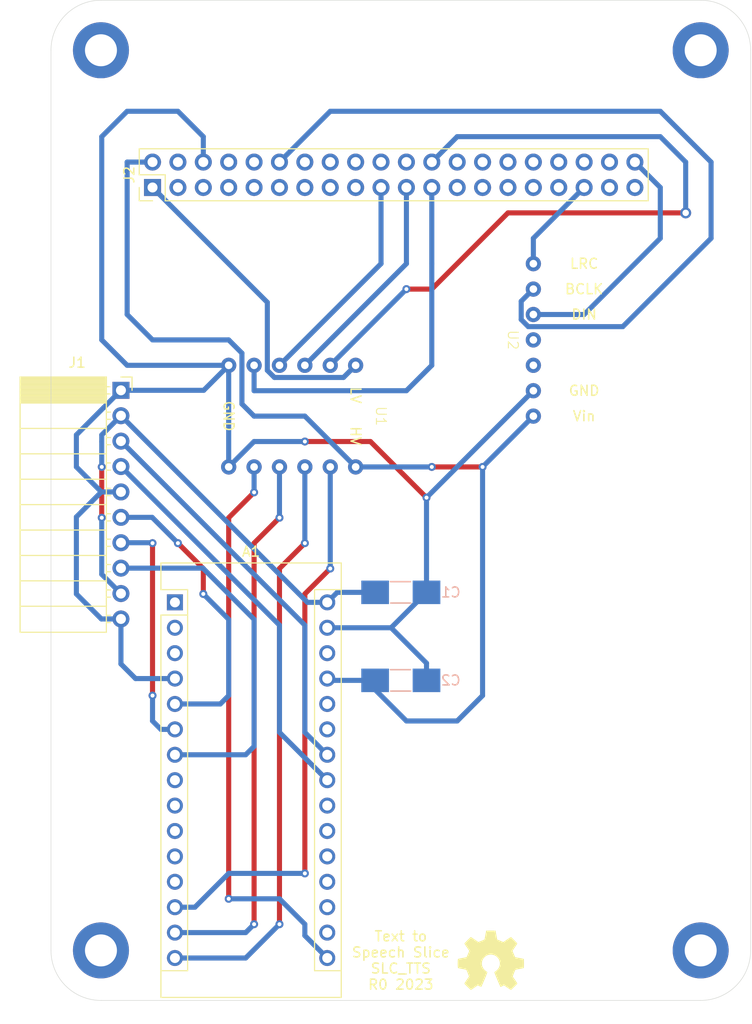
<source format=kicad_pcb>
(kicad_pcb (version 20221018) (generator pcbnew)
  (layers (0 "F.Cu" signal) (31 "B.Cu" signal) (34 "B.Paste" user) (35 "F.Paste" user) (36 "B.SilkS" user "B.Silkscreen") (37 "F.SilkS" user "F.Silkscreen") (38 "B.Mask" user) (39 "F.Mask" user) (44 "Edge.Cuts" user))
  (net 0 "")
  (net 2 "+3.3V")
  (net 4 "GND")
  (net 8 "+5V")
  (net 14 "/I2C_CLK")
  (net 16 "/I2C_DAT")
  (net 18 "/SYNC")
  (net 20 "/E_STOP")
  (net 24 "/SS_NANO")
  (net 25 "/MOSI_NANO")
  (net 26 "/MISO_NANO")
  (net 27 "/SCLK_NANO")
  (net 28 "+12V")
  (net 29 "/INT")
  (net 41 "/I2S_LRC")
  (net 42 "/I2S_BCLK")
  (net 44 "/I2S_DIN")
  (net 45 "/MOSI_PI")
  (net 47 "/MISO_PI")
  (net 49 "/SCLK_PI")
  (net 50 "/SS_PI")
  (footprint "MountingHole:MountingHole_3.2mm_M3_DIN965_Pad" (layer "F.Cu") (at 127.6 44.8)
    (fp_text reference "H1" hide)
    (fp_text value "MountingHole")
    (pad "1" thru_hole circle locked (at 0 0) (size 5.6 5.6) (drill 3.2) (layers "*.Cu" "*.Mask"))
  )
  (footprint "MountingHole:MountingHole_3.2mm_M3_DIN965_Pad" (layer "F.Cu") (at 187.6 44.8)
    (fp_text reference "H2" hide)
    (fp_text value "MountingHole")
    (pad "1" thru_hole circle locked (at 0 0) (size 5.6 5.6) (drill 3.2) (layers "*.Cu" "*.Mask"))
  )
  (footprint "MountingHole:MountingHole_3.2mm_M3_DIN965_Pad" (layer "F.Cu") (at 127.6 134.8)
    (fp_text reference "H3" hide)
    (fp_text value "MountingHole")
    (pad "1" thru_hole circle locked (at 0 0) (size 5.6 5.6) (drill 3.2) (layers "*.Cu" "*.Mask"))
  )
  (footprint "MountingHole:MountingHole_3.2mm_M3_DIN965_Pad" (layer "F.Cu") (at 187.6 134.8)
    (fp_text reference "H4" hide)
    (fp_text value "MountingHole")
    (pad "1" thru_hole circle locked (at 0 0) (size 5.6 5.6) (drill 3.2) (layers "*.Cu" "*.Mask"))
  )
  (footprint "Module:Arduino_Nano" (layer "F.Cu") (at 135 100)
    (fp_text reference "A1" (at 7.62 -5.08) (layer "F.SilkS"))
    (fp_text value "Arduino_Nano_v3.x")
    (fp_line (start -1.4 -3.94) (end -1.4 -1.27) (stroke (width 0.12)) (layer "F.SilkS"))
    (fp_line (start -1.4 1.27) (end -1.4 39.5) (stroke (width 0.12)) (layer "F.SilkS"))
    (fp_line (start -1.4 39.5) (end 16.64 39.5) (stroke (width 0.12)) (layer "F.SilkS"))
    (fp_line (start 1.27 -1.27) (end -1.4 -1.27) (stroke (width 0.12)) (layer "F.SilkS"))
    (fp_line (start 1.27 1.27) (end -1.4 1.27) (stroke (width 0.12)) (layer "F.SilkS"))
    (fp_line (start 1.27 1.27) (end 1.27 -1.27) (stroke (width 0.12)) (layer "F.SilkS"))
    (fp_line (start 1.27 1.27) (end 1.27 36.83) (stroke (width 0.12)) (layer "F.SilkS"))
    (fp_line (start 1.27 36.83) (end -1.4 36.83) (stroke (width 0.12)) (layer "F.SilkS"))
    (fp_line (start 13.97 -1.27) (end 13.97 36.83) (stroke (width 0.12)) (layer "F.SilkS"))
    (fp_line (start 13.97 -1.27) (end 16.64 -1.27) (stroke (width 0.12)) (layer "F.SilkS"))
    (fp_line (start 13.97 36.83) (end 16.64 36.83) (stroke (width 0.12)) (layer "F.SilkS"))
    (fp_line (start 16.64 -3.94) (end -1.4 -3.94) (stroke (width 0.12)) (layer "F.SilkS"))
    (fp_line (start 16.64 39.5) (end 16.64 -3.94) (stroke (width 0.12)) (layer "F.SilkS"))
    (pad "1" thru_hole rect locked (at 0 0) (size 1.6 1.6) (drill 1) (layers "*.Cu" "*.Mask"))
    (pad "2" thru_hole oval locked (at 0 2.54) (size 1.6 1.6) (drill 1) (layers "*.Cu" "*.Mask"))
    (pad "3" thru_hole oval locked (at 0 5.08) (size 1.6 1.6) (drill 1) (layers "*.Cu" "*.Mask"))
    (pad "4" thru_hole oval locked (at 0 7.62) (size 1.6 1.6) (drill 1) (layers "*.Cu" "*.Mask") (net 4 "GND"))
    (pad "5" thru_hole oval locked (at 0 10.16) (size 1.6 1.6) (drill 1) (layers "*.Cu" "*.Mask") (net 20 "/E_STOP"))
    (pad "6" thru_hole oval locked (at 0 12.7) (size 1.6 1.6) (drill 1) (layers "*.Cu" "*.Mask") (net 18 "/SYNC"))
    (pad "7" thru_hole oval locked (at 0 15.24) (size 1.6 1.6) (drill 1) (layers "*.Cu" "*.Mask") (net 29 "/INT"))
    (pad "8" thru_hole oval locked (at 0 17.78) (size 1.6 1.6) (drill 1) (layers "*.Cu" "*.Mask"))
    (pad "9" thru_hole oval locked (at 0 20.32) (size 1.6 1.6) (drill 1) (layers "*.Cu" "*.Mask"))
    (pad "10" thru_hole oval locked (at 0 22.86) (size 1.6 1.6) (drill 1) (layers "*.Cu" "*.Mask"))
    (pad "11" thru_hole oval locked (at 0 25.4) (size 1.6 1.6) (drill 1) (layers "*.Cu" "*.Mask"))
    (pad "12" thru_hole oval locked (at 0 27.94) (size 1.6 1.6) (drill 1) (layers "*.Cu" "*.Mask"))
    (pad "13" thru_hole oval locked (at 0 30.48) (size 1.6 1.6) (drill 1) (layers "*.Cu" "*.Mask") (net 24 "/SS_NANO"))
    (pad "14" thru_hole oval locked (at 0 33.02) (size 1.6 1.6) (drill 1) (layers "*.Cu" "*.Mask") (net 25 "/MOSI_NANO"))
    (pad "15" thru_hole oval locked (at 0 35.56) (size 1.6 1.6) (drill 1) (layers "*.Cu" "*.Mask") (net 26 "/MISO_NANO"))
    (pad "16" thru_hole oval locked (at 15.24 35.56) (size 1.6 1.6) (drill 1) (layers "*.Cu" "*.Mask") (net 27 "/SCLK_NANO"))
    (pad "17" thru_hole oval locked (at 15.24 33.02) (size 1.6 1.6) (drill 1) (layers "*.Cu" "*.Mask"))
    (pad "18" thru_hole oval locked (at 15.24 30.48) (size 1.6 1.6) (drill 1) (layers "*.Cu" "*.Mask"))
    (pad "19" thru_hole oval locked (at 15.24 27.94) (size 1.6 1.6) (drill 1) (layers "*.Cu" "*.Mask"))
    (pad "20" thru_hole oval locked (at 15.24 25.4) (size 1.6 1.6) (drill 1) (layers "*.Cu" "*.Mask"))
    (pad "21" thru_hole oval locked (at 15.24 22.86) (size 1.6 1.6) (drill 1) (layers "*.Cu" "*.Mask"))
    (pad "22" thru_hole oval locked (at 15.24 20.32) (size 1.6 1.6) (drill 1) (layers "*.Cu" "*.Mask"))
    (pad "23" thru_hole oval locked (at 15.24 17.78) (size 1.6 1.6) (drill 1) (layers "*.Cu" "*.Mask") (net 16 "/I2C_DAT"))
    (pad "24" thru_hole oval locked (at 15.24 15.24) (size 1.6 1.6) (drill 1) (layers "*.Cu" "*.Mask") (net 14 "/I2C_CLK"))
    (pad "25" thru_hole oval locked (at 15.24 12.7) (size 1.6 1.6) (drill 1) (layers "*.Cu" "*.Mask"))
    (pad "26" thru_hole oval locked (at 15.24 10.16) (size 1.6 1.6) (drill 1) (layers "*.Cu" "*.Mask"))
    (pad "27" thru_hole oval locked (at 15.24 7.62) (size 1.6 1.6) (drill 1) (layers "*.Cu" "*.Mask") (net 8 "+5V"))
    (pad "28" thru_hole oval locked (at 15.24 5.08) (size 1.6 1.6) (drill 1) (layers "*.Cu" "*.Mask"))
    (pad "29" thru_hole oval locked (at 15.24 2.54) (size 1.6 1.6) (drill 1) (layers "*.Cu" "*.Mask") (net 4 "GND"))
    (pad "30" thru_hole oval locked (at 15.24 0) (size 1.6 1.6) (drill 1) (layers "*.Cu" "*.Mask") (net 28 "+12V"))
  )
  (footprint "Connector_PinSocket_2.54mm:PinSocket_1x10_P2.54mm_Horizontal" (layer "F.Cu") (at 129.6 78.8)
    (fp_text reference "J1" (at -4.38 -2.77) (layer "F.SilkS"))
    (fp_text value "Conn_01x10_Female")
    (fp_line (start -10.09 -1.33) (end -10.09 24.19) (stroke (width 0.12)) (layer "F.SilkS"))
    (fp_line (start -10.09 -1.33) (end -1.46 -1.33) (stroke (width 0.12)) (layer "F.SilkS"))
    (fp_line (start -10.09 -1.21) (end -1.46 -1.21) (stroke (width 0.12)) (layer "F.SilkS"))
    (fp_line (start -10.09 -1.091905) (end -1.46 -1.091905) (stroke (width 0.12)) (layer "F.SilkS"))
    (fp_line (start -10.09 -0.97381) (end -1.46 -0.97381) (stroke (width 0.12)) (layer "F.SilkS"))
    (fp_line (start -10.09 -0.855715) (end -1.46 -0.855715) (stroke (width 0.12)) (layer "F.SilkS"))
    (fp_line (start -10.09 -0.73762) (end -1.46 -0.73762) (stroke (width 0.12)) (layer "F.SilkS"))
    (fp_line (start -10.09 -0.619525) (end -1.46 -0.619525) (stroke (width 0.12)) (layer "F.SilkS"))
    (fp_line (start -10.09 -0.50143) (end -1.46 -0.50143) (stroke (width 0.12)) (layer "F.SilkS"))
    (fp_line (start -10.09 -0.383335) (end -1.46 -0.383335) (stroke (width 0.12)) (layer "F.SilkS"))
    (fp_line (start -10.09 -0.26524) (end -1.46 -0.26524) (stroke (width 0.12)) (layer "F.SilkS"))
    (fp_line (start -10.09 -0.147145) (end -1.46 -0.147145) (stroke (width 0.12)) (layer "F.SilkS"))
    (fp_line (start -10.09 -0.02905) (end -1.46 -0.02905) (stroke (width 0.12)) (layer "F.SilkS"))
    (fp_line (start -10.09 0.089045) (end -1.46 0.089045) (stroke (width 0.12)) (layer "F.SilkS"))
    (fp_line (start -10.09 0.20714) (end -1.46 0.20714) (stroke (width 0.12)) (layer "F.SilkS"))
    (fp_line (start -10.09 0.325235) (end -1.46 0.325235) (stroke (width 0.12)) (layer "F.SilkS"))
    (fp_line (start -10.09 0.44333) (end -1.46 0.44333) (stroke (width 0.12)) (layer "F.SilkS"))
    (fp_line (start -10.09 0.561425) (end -1.46 0.561425) (stroke (width 0.12)) (layer "F.SilkS"))
    (fp_line (start -10.09 0.67952) (end -1.46 0.67952) (stroke (width 0.12)) (layer "F.SilkS"))
    (fp_line (start -10.09 0.797615) (end -1.46 0.797615) (stroke (width 0.12)) (layer "F.SilkS"))
    (fp_line (start -10.09 0.91571) (end -1.46 0.91571) (stroke (width 0.12)) (layer "F.SilkS"))
    (fp_line (start -10.09 1.033805) (end -1.46 1.033805) (stroke (width 0.12)) (layer "F.SilkS"))
    (fp_line (start -10.09 1.1519) (end -1.46 1.1519) (stroke (width 0.12)) (layer "F.SilkS"))
    (fp_line (start -10.09 1.27) (end -1.46 1.27) (stroke (width 0.12)) (layer "F.SilkS"))
    (fp_line (start -10.09 3.81) (end -1.46 3.81) (stroke (width 0.12)) (layer "F.SilkS"))
    (fp_line (start -10.09 6.35) (end -1.46 6.35) (stroke (width 0.12)) (layer "F.SilkS"))
    (fp_line (start -10.09 8.89) (end -1.46 8.89) (stroke (width 0.12)) (layer "F.SilkS"))
    (fp_line (start -10.09 11.43) (end -1.46 11.43) (stroke (width 0.12)) (layer "F.SilkS"))
    (fp_line (start -10.09 13.97) (end -1.46 13.97) (stroke (width 0.12)) (layer "F.SilkS"))
    (fp_line (start -10.09 16.51) (end -1.46 16.51) (stroke (width 0.12)) (layer "F.SilkS"))
    (fp_line (start -10.09 19.05) (end -1.46 19.05) (stroke (width 0.12)) (layer "F.SilkS"))
    (fp_line (start -10.09 21.59) (end -1.46 21.59) (stroke (width 0.12)) (layer "F.SilkS"))
    (fp_line (start -10.09 24.19) (end -1.46 24.19) (stroke (width 0.12)) (layer "F.SilkS"))
    (fp_line (start -1.46 -1.33) (end -1.46 24.19) (stroke (width 0.12)) (layer "F.SilkS"))
    (fp_line (start -1.46 -0.36) (end -1.11 -0.36) (stroke (width 0.12)) (layer "F.SilkS"))
    (fp_line (start -1.46 0.36) (end -1.11 0.36) (stroke (width 0.12)) (layer "F.SilkS"))
    (fp_line (start -1.46 2.18) (end -1.05 2.18) (stroke (width 0.12)) (layer "F.SilkS"))
    (fp_line (start -1.46 2.9) (end -1.05 2.9) (stroke (width 0.12)) (layer "F.SilkS"))
    (fp_line (start -1.46 4.72) (end -1.05 4.72) (stroke (width 0.12)) (layer "F.SilkS"))
    (fp_line (start -1.46 5.44) (end -1.05 5.44) (stroke (width 0.12)) (layer "F.SilkS"))
    (fp_line (start -1.46 7.26) (end -1.05 7.26) (stroke (width 0.12)) (layer "F.SilkS"))
    (fp_line (start -1.46 7.98) (end -1.05 7.98) (stroke (width 0.12)) (layer "F.SilkS"))
    (fp_line (start -1.46 9.8) (end -1.05 9.8) (stroke (width 0.12)) (layer "F.SilkS"))
    (fp_line (start -1.46 10.52) (end -1.05 10.52) (stroke (width 0.12)) (layer "F.SilkS"))
    (fp_line (start -1.46 12.34) (end -1.05 12.34) (stroke (width 0.12)) (layer "F.SilkS"))
    (fp_line (start -1.46 13.06) (end -1.05 13.06) (stroke (width 0.12)) (layer "F.SilkS"))
    (fp_line (start -1.46 14.88) (end -1.05 14.88) (stroke (width 0.12)) (layer "F.SilkS"))
    (fp_line (start -1.46 15.6) (end -1.05 15.6) (stroke (width 0.12)) (layer "F.SilkS"))
    (fp_line (start -1.46 17.42) (end -1.05 17.42) (stroke (width 0.12)) (layer "F.SilkS"))
    (fp_line (start -1.46 18.14) (end -1.05 18.14) (stroke (width 0.12)) (layer "F.SilkS"))
    (fp_line (start -1.46 19.96) (end -1.05 19.96) (stroke (width 0.12)) (layer "F.SilkS"))
    (fp_line (start -1.46 20.68) (end -1.05 20.68) (stroke (width 0.12)) (layer "F.SilkS"))
    (fp_line (start -1.46 22.5) (end -1.05 22.5) (stroke (width 0.12)) (layer "F.SilkS"))
    (fp_line (start -1.46 23.22) (end -1.05 23.22) (stroke (width 0.12)) (layer "F.SilkS"))
    (fp_line (start 0 -1.33) (end 1.11 -1.33) (stroke (width 0.12)) (layer "F.SilkS"))
    (fp_line (start 1.11 -1.33) (end 1.11 0) (stroke (width 0.12)) (layer "F.SilkS"))
    (pad "1" thru_hole rect locked (at 0 0) (size 1.7 1.7) (drill 1) (layers "*.Cu" "*.Mask") (net 4 "GND"))
    (pad "2" thru_hole oval locked (at 0 2.54) (size 1.7 1.7) (drill 1) (layers "*.Cu" "*.Mask") (net 28 "+12V"))
    (pad "3" thru_hole oval locked (at 0 5.08) (size 1.7 1.7) (drill 1) (layers "*.Cu" "*.Mask") (net 14 "/I2C_CLK"))
    (pad "4" thru_hole oval locked (at 0 7.62) (size 1.7 1.7) (drill 1) (layers "*.Cu" "*.Mask") (net 16 "/I2C_DAT"))
    (pad "5" thru_hole oval locked (at 0 10.16) (size 1.7 1.7) (drill 1) (layers "*.Cu" "*.Mask") (net 4 "GND"))
    (pad "6" thru_hole oval locked (at 0 12.7) (size 1.7 1.7) (drill 1) (layers "*.Cu" "*.Mask") (net 20 "/E_STOP"))
    (pad "7" thru_hole oval locked (at 0 15.24) (size 1.7 1.7) (drill 1) (layers "*.Cu" "*.Mask") (net 18 "/SYNC"))
    (pad "8" thru_hole oval locked (at 0 17.78) (size 1.7 1.7) (drill 1) (layers "*.Cu" "*.Mask") (net 29 "/INT"))
    (pad "9" thru_hole oval locked (at 0 20.32) (size 1.7 1.7) (drill 1) (layers "*.Cu" "*.Mask") (net 28 "+12V"))
    (pad "10" thru_hole oval locked (at 0 22.86) (size 1.7 1.7) (drill 1) (layers "*.Cu" "*.Mask") (net 4 "GND"))
  )
  (footprint "Symbol:OSHW-Symbol_6.7x6mm_SilkScreen" (layer "F.Cu") (at 166.6 135.8)
    (fp_text reference "Logo1" hide)
    (fp_text value "Logo_Open_Hardware_Small" hide)
    (fp_poly (pts (xy 0.555814 -2.531069) (xy 0.639635 -2.086445) (xy 0.94892 -1.958947) (xy 1.258206 -1.831449) (xy 1.629246 -2.083754) (xy 1.733157 -2.154004) (xy 1.827087 -2.216728) (xy 1.906652 -2.269062) (xy 1.96747 -2.308143) (xy 2.005157 -2.331107) (xy 2.015421 -2.336058) (xy 2.03391 -2.323324) (xy 2.07342 -2.288118) (xy 2.129522 -2.234938) (xy 2.197787 -2.168282) (xy 2.273786 -2.092646) (xy 2.353092 -2.012528) (xy 2.431275 -1.932426) (xy 2.503907 -1.856836) (xy 2.566559 -1.790255) (xy 2.614803 -1.737182) (xy 2.64421 -1.702113) (xy 2.651241 -1.690377) (xy 2.641123 -1.66874) (xy 2.612759 -1.621338) (xy 2.569129 -1.552807) (xy 2.513218 -1.467785) (xy 2.448006 -1.370907) (xy 2.410219 -1.31565) (xy 2.341343 -1.214752) (xy 2.28014 -1.123701) (xy 2.229578 -1.04703) (xy 2.192628 -0.989272) (xy 2.172258 -0.954957) (xy 2.169197 -0.947746) (xy 2.176136 -0.927252) (xy 2.195051 -0.879487) (xy 2.223087 -0.811168) (xy 2.257391 -0.729011) (xy 2.295109 -0.63973) (xy 2.333387 -0.550042) (xy 2.36937 -0.466662) (xy 2.400206 -0.396306) (xy 2.423039 -0.34569) (xy 2.435017 -0.321529) (xy 2.435724 -0.320578) (xy 2.454531 -0.315964) (xy 2.504618 -0.305672) (xy 2.580793 -0.290713) (xy 2.677865 -0.272099) (xy 2.790643 -0.250841) (xy 2.856442 -0.238582) (xy 2.97695 -0.215638) (xy 3.085797 -0.193805) (xy 3.177476 -0.174278) (xy 3.246481 -0.158252) (xy 3.287304 -0.146921) (xy 3.295511 -0.143326) (xy 3.303548 -0.118994) (xy 3.310033 -0.064041) (xy 3.31497 0.015108) (xy 3.318364 0.112026) (xy 3.320218 0.220287) (xy 3.320538 0.333465) (xy 3.319327 0.445135) (xy 3.31659 0.548868) (xy 3.312331 0.638241) (xy 3.306555 0.706826) (xy 3.299267 0.748197) (xy 3.294895 0.75681) (xy 3.268764 0.767133) (xy 3.213393 0.781892) (xy 3.136107 0.799352) (xy 3.04423 0.81778) (xy 3.012158 0.823741) (xy 2.857524 0.852066) (xy 2.735375 0.874876) (xy 2.641673 0.89308) (xy 2.572384 0.907583) (xy 2.523471 0.919292) (xy 2.490897 0.929115) (xy 2.470628 0.937956) (xy 2.458626 0.946724) (xy 2.456947 0.948457) (xy 2.440184 0.976371) (xy 2.414614 1.030695) (xy 2.382788 1.104777) (xy 2.34726 1.191965) (xy 2.310583 1.285608) (xy 2.275311 1.379052) (xy 2.243996 1.465647) (xy 2.219193 1.53874) (xy 2.203454 1.591678) (xy 2.199332 1.617811) (xy 2.199676 1.618726) (xy 2.213641 1.640086) (xy 2.245322 1.687084) (xy 2.291391 1.754827) (xy 2.348518 1.838423) (xy 2.413373 1.932982) (xy 2.431843 1.959854) (xy 2.497699 2.057275) (xy 2.55565 2.146163) (xy 2.602538 2.221412) (xy 2.635207 2.27792) (xy 2.6505 2.310581) (xy 2.651241 2.314593) (xy 2.638392 2.335684) (xy 2.602888 2.377464) (xy 2.549293 2.435445) (xy 2.482171 2.505135) (xy 2.406087 2.582045) (xy 2.325604 2.661683) (xy 2.245287 2.739561) (xy 2.169699 2.811186) (xy 2.103405 2.87207) (xy 2.050969 2.917721) (xy 2.016955 2.94365) (xy 2.007545 2.947883) (xy 1.985643 2.937912) (xy 1.9408 2.91102) (xy 1.880321 2.871736) (xy 1.833789 2.840117) (xy 1.749475 2.782098) (xy 1.649626 2.713784) (xy 1.549473 2.645579) (xy 1.495627 2.609075) (xy 1.313371 2.4858) (xy 1.160381 2.56852) (xy 1.090682 2.604759) (xy 1.031414 2.632926) (xy 0.991311 2.648991) (xy 0.981103 2.651226) (xy 0.968829 2.634722) (xy 0.944613 2.588082) (xy 0.910263 2.515609) (xy 0.867588 2.421606) (xy 0.818394 2.310374) (xy 0.76449 2.186215) (xy 0.707684 2.053432) (xy 0.649782 1.916327) (xy 0.592593 1.779202) (xy 0.537924 1.646358) (xy 0.487584 1.522098) (xy 0.44338 1.410725) (xy 0.407119 1.316539) (xy 0.380609 1.243844) (xy 0.365658 1.196941) (xy 0.363254 1.180833) (xy 0.382311 1.160286) (xy 0.424036 1.126933) (xy 0.479706 1.087702) (xy 0.484378 1.084599) (xy 0.628264 0.969423) (xy 0.744283 0.835053) (xy 0.83143 0.685784) (xy 0.888699 0.525913) (xy 0.915086 0.359737) (xy 0.909585 0.191552) (xy 0.87119 0.025655) (xy 0.798895 -0.133658) (xy 0.777626 -0.168513) (xy 0.666996 -0.309263) (xy 0.536302 -0.422286) (xy 0.390064 -0.506997) (xy 0.232808 -0.562806) (xy 0.069057 -0.589126) (xy -0.096667 -0.58537) (xy -0.259838 -0.55095) (xy -0.415935 -0.485277) (xy -0.560433 -0.387765) (xy -0.605131 -0.348187) (xy -0.718888 -0.224297) (xy -0.801782 -0.093876) (xy -0.858644 0.052315) (xy -0.890313 0.197088) (xy -0.898131 0.35986) (xy -0.872062 0.52344) (xy -0.814755 0.682298) (xy -0.728856 0.830906) (xy -0.617014 0.963735) (xy -0.481877 1.075256) (xy -0.464117 1.087011) (xy -0.40785 1.125508) (xy -0.365077 1.158863) (xy -0.344628 1.18016) (xy -0.344331 1.180833) (xy -0.348721 1.203871) (xy -0.366124 1.256157) (xy -0.394732 1.33339) (xy -0.432735 1.431268) (xy -0.478326 1.545491) (xy -0.529697 1.671758) (xy -0.585038 1.805767) (xy -0.642542 1.943218) (xy -0.700399 2.079808) (xy -0.756802 2.211237) (xy -0.809942 2.333205) (xy -0.85801 2.441409) (xy -0.899199 2.531549) (xy -0.931699 2.599323) (xy -0.953703 2.64043) (xy -0.962564 2.651226) (xy -0.98964 2.642819) (xy -1.040303 2.620272) (xy -1.105817 2.587613) (xy -1.141841 2.56852) (xy -1.294832 2.4858) (xy -1.477088 2.609075) (xy -1.570125 2.672228) (xy -1.671985 2.741727) (xy -1.767438 2.807165) (xy -1.81525 2.840117) (xy -1.882495 2.885273) (xy -1.939436 2.921057) (xy -1.978646 2.942938) (xy -1.991381 2.947563) (xy -2.009917 2.935085) (xy -2.050941 2.900252) (xy -2.110475 2.846678) (xy -2.184542 2.777983) (xy -2.269165 2.697781) (xy -2.322685 2.646286) (xy -2.416319 2.554286) (xy -2.497241 2.471999) (xy -2.562177 2.402945) (xy -2.607858 2.350644) (xy -2.631011 2.318616) (xy -2.633232 2.312116) (xy -2.622924 2.287394) (xy -2.594439 2.237405) (xy -2.550937 2.167212) (xy -2.495577 2.081875) (xy -2.43152 1.986456) (xy -2.413303 1.959854) (xy -2.346927 1.863167) (xy -2.287378 1.776117) (xy -2.237984 1.703595) (xy -2.202075 1.650493) (xy -2.182981 1.621703) (xy -2.181136 1.618726) (xy -2.183895 1.595782) (xy -2.198538 1.545336) (xy -2.222513 1.474041) (xy -2.253266 1.388547) (xy -2.288244 1.295507) (xy -2.324893 1.201574) (xy -2.360661 1.113399) (xy -2.392994 1.037634) (xy -2.419338 0.980931) (xy -2.437142 0.949943) (xy -2.438407 0.948457) (xy -2.449294 0.939601) (xy -2.467682 0.930843) (xy -2.497606 0.921277) (xy -2.543103 0.909996) (xy -2.608209 0.896093) (xy -2.696961 0.878663) (xy -2.813393 0.856798) (xy -2.961542 0.829591) (xy -2.993618 0.823741) (xy -3.088686 0.805374) (xy -3.171565 0.787405) (xy -3.23493 0.771569) (xy -3.271458 0.7596) (xy -3.276356 0.75681) (xy -3.284427 0.732072) (xy -3.290987 0.67679) (xy -3.296033 0.597389) (xy -3.299559 0.500296) (xy -3.301561 0.391938) (xy -3.302036 0.27874) (xy -3.300977 0.167128) (xy -3.298382 0.063529) (xy -3.294246 -0.025632) (xy -3.288563 -0.093928) (xy -3.281331 -0.134934) (xy -3.276971 -0.143326) (xy -3.252698 -0.151792) (xy -3.197426 -0.165565) (xy -3.116662 -0.18345) (xy -3.015912 -0.204252) (xy -2.900683 -0.226777) (xy -2.837902 -0.238582) (xy -2.718787 -0.260849) (xy -2.612565 -0.281021) (xy -2.524427 -0.298085) (xy -2.459566 -0.311031) (xy -2.423174 -0.318845) (xy -2.417184 -0.320578) (xy -2.407061 -0.34011) (xy -2.385662 -0.387157) (xy -2.355839 -0.454997) (xy -2.320445 -0.536909) (xy -2.282332 -0.626172) (xy -2.244353 -0.716065) (xy -2.20936 -0.799865) (xy -2.180206 -0.870853) (xy -2.159743 -0.922306) (xy -2.150823 -0.947503) (xy -2.150657 -0.948604) (xy -2.160769 -0.968481) (xy -2.189117 -1.014223) (xy -2.232723 -1.081283) (xy -2.288606 -1.165116) (xy -2.353787 -1.261174) (xy -2.391679 -1.31635) (xy -2.460725 -1.417519) (xy -2.52205 -1.50937) (xy -2.572663 -1.587256) (xy -2.609571 -1.646531) (xy -2.629782 -1.682549) (xy -2.632701 -1.690623) (xy -2.620153 -1.709416) (xy -2.585463 -1.749543) (xy -2.533063 -1.806507) (xy -2.467384 -1.875815) (xy -2.392856 -1.952969) (xy -2.313913 -2.033475) (xy -2.234983 -2.112837) (xy -2.1605 -2.18656) (xy -2.094894 -2.250148) (xy -2.042596 -2.299106) (xy -2.008039 -2.328939) (xy -1.996478 -2.336058) (xy -1.977654 -2.326047) (xy -1.932631 -2.297922) (xy -1.865787 -2.254546) (xy -1.781499 -2.198782) (xy -1.684144 -2.133494) (xy -1.610707 -2.083754) (xy -1.239667 -1.831449) (xy -0.621095 -2.086445) (xy -0.537275 -2.531069) (xy -0.453454 -2.975693) (xy 0.471994 -2.975693) (xy 0.555814 -2.531069)) (stroke (width 0.01)) (fill solid) (layer "F.SilkS"))
  )
  (footprint "BREAD_TTS:BSS138" (layer "F.Cu") (at 145.46 73.76 180)
    (fp_text reference "U1" (at -10.16 -7.62 270 unlocked) (layer "F.SilkS") (effects (font (thickness 0.1))))
    (fp_text value "~")
    (pad "1" thru_hole circle (at -7.62 -2.54 180) (size 1.524 1.524) (drill 0.762) (layers "*.Cu" "*.Mask") (net 2 "+3.3V"))
    (pad "2" thru_hole circle (at -5.08 -2.54 180) (size 1.524 1.524) (drill 0.762) (layers "*.Cu" "*.Mask") (net 50 "/SS_PI"))
    (pad "3" thru_hole circle (at -2.54 -2.54 180) (size 1.524 1.524) (drill 0.762) (layers "*.Cu" "*.Mask") (net 47 "/MISO_PI"))
    (pad "4" thru_hole circle (at 0 -2.54 180) (size 1.524 1.524) (drill 0.762) (layers "*.Cu" "*.Mask") (net 45 "/MOSI_PI"))
    (pad "5" thru_hole circle (at 2.54 -2.54 180) (size 1.524 1.524) (drill 0.762) (layers "*.Cu" "*.Mask") (net 49 "/SCLK_PI"))
    (pad "6" thru_hole circle (at 5.08 -2.54 180) (size 1.524 1.524) (drill 0.762) (layers "*.Cu" "*.Mask") (net 4 "GND"))
    (pad "7" thru_hole circle (at -7.62 -12.7 180) (size 1.524 1.524) (drill 0.762) (layers "*.Cu" "*.Mask") (net 8 "+5V"))
    (pad "8" thru_hole circle (at -5.08 -12.7 180) (size 1.524 1.524) (drill 0.762) (layers "*.Cu" "*.Mask") (net 24 "/SS_NANO"))
    (pad "9" thru_hole circle (at -2.54 -12.7 180) (size 1.524 1.524) (drill 0.762) (layers "*.Cu" "*.Mask") (net 26 "/MISO_NANO"))
    (pad "10" thru_hole circle (at 0 -12.7 180) (size 1.524 1.524) (drill 0.762) (layers "*.Cu" "*.Mask") (net 25 "/MOSI_NANO"))
    (pad "11" thru_hole circle (at 2.54 -12.7 180) (size 1.524 1.524) (drill 0.762) (layers "*.Cu" "*.Mask") (net 27 "/SCLK_NANO"))
    (pad "12" thru_hole circle (at 5.08 -12.7 180) (size 1.524 1.524) (drill 0.762) (layers "*.Cu" "*.Mask") (net 4 "GND"))
  )
  (footprint "BREAD_TTS:MAX98357A" (layer "F.Cu") (at 168.32 73.76 -90)
    (fp_text reference "U2" (at 0 -0.5 -90 unlocked) (layer "F.SilkS") (effects (font (thickness 0.1))))
    (fp_text value "~")
    (pad "1" thru_hole circle (at -7.62 -2.54 270) (size 1.524 1.524) (drill 0.762) (layers "*.Cu" "*.Mask") (net 41 "/I2S_LRC"))
    (pad "2" thru_hole circle (at -5.08 -2.54 270) (size 1.524 1.524) (drill 0.762) (layers "*.Cu" "*.Mask") (net 42 "/I2S_BCLK"))
    (pad "3" thru_hole circle (at -2.54 -2.54 270) (size 1.524 1.524) (drill 0.762) (layers "*.Cu" "*.Mask") (net 44 "/I2S_DIN"))
    (pad "4" thru_hole circle (at 0 -2.54 270) (size 1.524 1.524) (drill 0.762) (layers "*.Cu" "*.Mask"))
    (pad "5" thru_hole circle (at 2.54 -2.54 270) (size 1.524 1.524) (drill 0.762) (layers "*.Cu" "*.Mask"))
    (pad "6" thru_hole circle (at 5.08 -2.54 270) (size 1.524 1.524) (drill 0.762) (layers "*.Cu" "*.Mask") (net 4 "GND"))
    (pad "7" thru_hole circle (at 7.62 -2.54 270) (size 1.524 1.524) (drill 0.762) (layers "*.Cu" "*.Mask") (net 8 "+5V"))
  )
  (footprint "Connector_PinHeader_2.54mm:PinHeader_2x20_P2.54mm_Vertical" (layer "F.Cu") (at 132.76 58.52 90)
    (fp_text reference "J2" (at 1.27 -2.33 90) (layer "F.SilkS"))
    (fp_text value "Raspberry_Pi_2_3")
    (fp_line (start -1.33 -1.33) (end 0 -1.33) (stroke (width 0.12)) (layer "F.SilkS"))
    (fp_line (start -1.33 0) (end -1.33 -1.33) (stroke (width 0.12)) (layer "F.SilkS"))
    (fp_line (start -1.33 1.27) (end -1.33 49.59) (stroke (width 0.12)) (layer "F.SilkS"))
    (fp_line (start -1.33 1.27) (end 1.27 1.27) (stroke (width 0.12)) (layer "F.SilkS"))
    (fp_line (start -1.33 49.59) (end 3.87 49.59) (stroke (width 0.12)) (layer "F.SilkS"))
    (fp_line (start 1.27 -1.33) (end 3.87 -1.33) (stroke (width 0.12)) (layer "F.SilkS"))
    (fp_line (start 1.27 1.27) (end 1.27 -1.33) (stroke (width 0.12)) (layer "F.SilkS"))
    (fp_line (start 3.87 -1.33) (end 3.87 49.59) (stroke (width 0.12)) (layer "F.SilkS"))
    (pad "1" thru_hole rect (at 0 0 90) (size 1.7 1.7) (drill 1) (layers "*.Cu" "*.Mask") (net 2 "+3.3V"))
    (pad "2" thru_hole oval (at 2.54 0 90) (size 1.7 1.7) (drill 1) (layers "*.Cu" "*.Mask") (net 8 "+5V"))
    (pad "3" thru_hole oval (at 0 2.54 90) (size 1.7 1.7) (drill 1) (layers "*.Cu" "*.Mask"))
    (pad "4" thru_hole oval (at 2.54 2.54 90) (size 1.7 1.7) (drill 1) (layers "*.Cu" "*.Mask"))
    (pad "5" thru_hole oval (at 0 5.08 90) (size 1.7 1.7) (drill 1) (layers "*.Cu" "*.Mask"))
    (pad "6" thru_hole oval (at 2.54 5.08 90) (size 1.7 1.7) (drill 1) (layers "*.Cu" "*.Mask") (net 4 "GND"))
    (pad "7" thru_hole oval (at 0 7.62 90) (size 1.7 1.7) (drill 1) (layers "*.Cu" "*.Mask"))
    (pad "8" thru_hole oval (at 2.54 7.62 90) (size 1.7 1.7) (drill 1) (layers "*.Cu" "*.Mask"))
    (pad "9" thru_hole oval (at 0 10.16 90) (size 1.7 1.7) (drill 1) (layers "*.Cu" "*.Mask"))
    (pad "10" thru_hole oval (at 2.54 10.16 90) (size 1.7 1.7) (drill 1) (layers "*.Cu" "*.Mask"))
    (pad "11" thru_hole oval (at 0 12.7 90) (size 1.7 1.7) (drill 1) (layers "*.Cu" "*.Mask"))
    (pad "12" thru_hole oval (at 2.54 12.7 90) (size 1.7 1.7) (drill 1) (layers "*.Cu" "*.Mask") (net 42 "/I2S_BCLK"))
    (pad "13" thru_hole oval (at 0 15.24 90) (size 1.7 1.7) (drill 1) (layers "*.Cu" "*.Mask"))
    (pad "14" thru_hole oval (at 2.54 15.24 90) (size 1.7 1.7) (drill 1) (layers "*.Cu" "*.Mask"))
    (pad "15" thru_hole oval (at 0 17.78 90) (size 1.7 1.7) (drill 1) (layers "*.Cu" "*.Mask"))
    (pad "16" thru_hole oval (at 2.54 17.78 90) (size 1.7 1.7) (drill 1) (layers "*.Cu" "*.Mask"))
    (pad "17" thru_hole oval (at 0 20.32 90) (size 1.7 1.7) (drill 1) (layers "*.Cu" "*.Mask"))
    (pad "18" thru_hole oval (at 2.54 20.32 90) (size 1.7 1.7) (drill 1) (layers "*.Cu" "*.Mask"))
    (pad "19" thru_hole oval (at 0 22.86 90) (size 1.7 1.7) (drill 1) (layers "*.Cu" "*.Mask") (net 45 "/MOSI_PI"))
    (pad "20" thru_hole oval (at 2.54 22.86 90) (size 1.7 1.7) (drill 1) (layers "*.Cu" "*.Mask"))
    (pad "21" thru_hole oval (at 0 25.4 90) (size 1.7 1.7) (drill 1) (layers "*.Cu" "*.Mask") (net 47 "/MISO_PI"))
    (pad "22" thru_hole oval (at 2.54 25.4 90) (size 1.7 1.7) (drill 1) (layers "*.Cu" "*.Mask"))
    (pad "23" thru_hole oval (at 0 27.94 90) (size 1.7 1.7) (drill 1) (layers "*.Cu" "*.Mask") (net 49 "/SCLK_PI"))
    (pad "24" thru_hole oval (at 2.54 27.94 90) (size 1.7 1.7) (drill 1) (layers "*.Cu" "*.Mask") (net 50 "/SS_PI"))
    (pad "25" thru_hole oval (at 0 30.48 90) (size 1.7 1.7) (drill 1) (layers "*.Cu" "*.Mask"))
    (pad "26" thru_hole oval (at 2.54 30.48 90) (size 1.7 1.7) (drill 1) (layers "*.Cu" "*.Mask"))
    (pad "27" thru_hole oval (at 0 33.02 90) (size 1.7 1.7) (drill 1) (layers "*.Cu" "*.Mask"))
    (pad "28" thru_hole oval (at 2.54 33.02 90) (size 1.7 1.7) (drill 1) (layers "*.Cu" "*.Mask"))
    (pad "29" thru_hole oval (at 0 35.56 90) (size 1.7 1.7) (drill 1) (layers "*.Cu" "*.Mask"))
    (pad "30" thru_hole oval (at 2.54 35.56 90) (size 1.7 1.7) (drill 1) (layers "*.Cu" "*.Mask"))
    (pad "31" thru_hole oval (at 0 38.1 90) (size 1.7 1.7) (drill 1) (layers "*.Cu" "*.Mask"))
    (pad "32" thru_hole oval (at 2.54 38.1 90) (size 1.7 1.7) (drill 1) (layers "*.Cu" "*.Mask"))
    (pad "33" thru_hole oval (at 0 40.64 90) (size 1.7 1.7) (drill 1) (layers "*.Cu" "*.Mask"))
    (pad "34" thru_hole oval (at 2.54 40.64 90) (size 1.7 1.7) (drill 1) (layers "*.Cu" "*.Mask"))
    (pad "35" thru_hole oval (at 0 43.18 90) (size 1.7 1.7) (drill 1) (layers "*.Cu" "*.Mask") (net 41 "/I2S_LRC"))
    (pad "36" thru_hole oval (at 2.54 43.18 90) (size 1.7 1.7) (drill 1) (layers "*.Cu" "*.Mask"))
    (pad "37" thru_hole oval (at 0 45.72 90) (size 1.7 1.7) (drill 1) (layers "*.Cu" "*.Mask"))
    (pad "38" thru_hole oval (at 2.54 45.72 90) (size 1.7 1.7) (drill 1) (layers "*.Cu" "*.Mask"))
    (pad "39" thru_hole oval (at 0 48.26 90) (size 1.7 1.7) (drill 1) (layers "*.Cu" "*.Mask"))
    (pad "40" thru_hole oval (at 2.54 48.26 90) (size 1.7 1.7) (drill 1) (layers "*.Cu" "*.Mask") (net 44 "/I2S_DIN"))
  )
  (footprint "OCI_UPL_FOOTPRINTS:C_2312" (layer "B.Cu") (at 157.6 107.8)
    (fp_text reference "C2" (at 5 0) (layer "B.SilkS") (effects (justify mirror)))
    (fp_text value "10uF_t")
    (fp_line (start 0.97 -1.07) (end -1.04 -1.07) (stroke (width 0.15)) (layer "B.SilkS"))
    (fp_line (start 1 1.07) (end -1.01 1.07) (stroke (width 0.15)) (layer "B.SilkS"))
    (pad "1" smd rect (at -2.57 0) (size 2.77 2.35) (layers "B.Cu" "B.Paste" "B.Mask") (net 8 "+5V"))
    (pad "2" smd rect (at 2.57 0) (size 2.77 2.35) (layers "B.Cu" "B.Paste" "B.Mask") (net 4 "GND"))
  )
  (footprint "OCI_UPL_FOOTPRINTS:C_2312" (layer "B.Cu") (at 157.6 99)
    (fp_text reference "C1" (at 5 0) (layer "B.SilkS") (effects (justify mirror)))
    (fp_text value "10uF_t")
    (fp_line (start 0.97 -1.07) (end -1.04 -1.07) (stroke (width 0.15)) (layer "B.SilkS"))
    (fp_line (start 1 1.07) (end -1.01 1.07) (stroke (width 0.15)) (layer "B.SilkS"))
    (pad "1" smd rect (at -2.57 0) (size 2.77 2.35) (layers "B.Cu" "B.Paste" "B.Mask") (net 28 "+12V"))
    (pad "2" smd rect (at 2.57 0) (size 2.77 2.35) (layers "B.Cu" "B.Paste" "B.Mask") (net 4 "GND"))
  )
  (gr_line (start 192.6 44.8) (end 192.6 134.8) (stroke (width 0.05)) (layer "Edge.Cuts"))
  (gr_line (start 127.6 39.8) (end 187.6 39.8) (stroke (width 0.05)) (layer "Edge.Cuts"))
  (gr_line (start 127.6 139.8) (end 187.6 139.8) (stroke (width 0.05)) (layer "Edge.Cuts"))
  (gr_arc (start 122.6 44.8) (mid 124.064466 41.264466) (end 127.6 39.8) (stroke (width 0.05)) (layer "Edge.Cuts"))
  (gr_arc (start 192.6 134.8) (mid 191.135534 138.335534) (end 187.6 139.8) (stroke (width 0.05)) (layer "Edge.Cuts"))
  (gr_arc (start 127.6 139.8) (mid 124.064466 138.335534) (end 122.6 134.8) (stroke (width 0.05)) (layer "Edge.Cuts"))
  (gr_line (start 122.6 134.8) (end 122.6 44.8) (stroke (width 0.05)) (layer "Edge.Cuts"))
  (gr_arc (start 187.6 39.8) (mid 191.135534 41.264466) (end 192.6 44.8) (stroke (width 0.05)) (layer "Edge.Cuts"))
  (gr_text "GND" (at 175.94 78.84) (layer "F.SilkS") (effects (font (size 1 1))))
  (gr_text "LV   HV" (at 153.08 81.38 -90) (layer "F.SilkS") (effects (font (size 1 1))))
  (gr_text "DIN" (at 175.94 71.22) (layer "F.SilkS") (effects (font (size 1 1))))
  (gr_text "Vin" (at 175.94 81.38) (layer "F.SilkS") (effects (font (size 1 1))))
  (gr_text "LRC" (at 175.94 66.14) (layer "F.SilkS") (effects (font (size 1 1))))
  (gr_text "BCLK" (at 175.94 68.68) (layer "F.SilkS") (effects (font (size 1 1))))
  (gr_text "Text to\nSpeech Slice\nSLC_TTS\nR0 2023" (at 157.599999 135.8) (layer "F.SilkS") (effects (font (size 1 1))))
  (gr_text "GND" (at 140.38 81.38 -90) (layer "F.SilkS") (effects (font (size 1 1))))
  (segment (start 151.864 77.516) (end 144.956316 77.516) (width 0.508) (layer "B.Cu") (net 2))
  (segment (start 144.956316 77.516) (end 144.244 76.803684) (width 0.508) (layer "B.Cu") (net 2))
  (segment (start 144.244 70.004) (end 132.76 58.52) (width 0.508) (layer "B.Cu") (net 2))
  (segment (start 144.244 76.803684) (end 144.244 70.004) (width 0.508) (layer "B.Cu") (net 2))
  (segment (start 153.08 76.3) (end 151.864 77.516) (width 0.508) (layer "B.Cu") (net 2))
  (segment (start 148 83.92) (end 154.56 83.92) (width 0.508) (layer "F.Cu") (net 4))
  (segment (start 154.56 83.92) (end 160.17 89.53) (width 0.508) (layer "F.Cu") (net 4))
  (via (at 148 83.92) (size 0.8) (drill 0.4) (layers "F.Cu" "B.Cu") (net 4))
  (via (at 160.17 89.53) (size 0.8) (drill 0.4) (layers "F.Cu" "B.Cu") (net 4))
  (segment (start 127.68 53.44) (end 130.22 50.9) (width 0.508) (layer "B.Cu") (net 4))
  (segment (start 129.6 106.16) (end 131.06 107.62) (width 0.508) (layer "B.Cu") (net 4))
  (segment (start 127.64 101.66) (end 129.6 101.66) (width 0.508) (layer "B.Cu") (net 4))
  (segment (start 127.64 88.96) (end 125.14 91.46) (width 0.508) (layer "B.Cu") (net 4))
  (segment (start 125.14 83.26) (end 125.14 86.46) (width 0.508) (layer "B.Cu") (net 4))
  (segment (start 135.3 50.9) (end 137.84 53.44) (width 0.508) (layer "B.Cu") (net 4))
  (segment (start 140.38 86.46) (end 142.92 83.92) (width 0.508) (layer "B.Cu") (net 4))
  (segment (start 140.38 76.3) (end 130.22 76.3) (width 0.508) (layer "B.Cu") (net 4))
  (segment (start 129.6 101.66) (end 129.6 106.16) (width 0.508) (layer "B.Cu") (net 4))
  (segment (start 130.22 76.3) (end 127.68 73.76) (width 0.508) (layer "B.Cu") (net 4))
  (segment (start 156.63 102.54) (end 160.17 99) (width 0.508) (layer "B.Cu") (net 4))
  (segment (start 140.38 76.3) (end 140.38 86.46) (width 0.508) (layer "B.Cu") (net 4))
  (segment (start 129.6 78.8) (end 125.14 83.26) (width 0.508) (layer "B.Cu") (net 4))
  (segment (start 125.14 99.16) (end 127.64 101.66) (width 0.508) (layer "B.Cu") (net 4))
  (segment (start 142.92 83.92) (end 148 83.92) (width 0.508) (layer "B.Cu") (net 4))
  (segment (start 125.14 86.46) (end 127.64 88.96) (width 0.508) (layer "B.Cu") (net 4))
  (segment (start 160.17 89.53) (end 160.17 99) (width 0.508) (layer "B.Cu") (net 4))
  (segment (start 137.88 78.8) (end 140.38 76.3) (width 0.508) (layer "B.Cu") (net 4))
  (segment (start 137.84 53.44) (end 137.84 55.98) (width 0.508) (layer "B.Cu") (net 4))
  (segment (start 127.68 73.76) (end 127.68 53.44) (width 0.508) (layer "B.Cu") (net 4))
  (segment (start 150.24 102.54) (end 156.63 102.54) (width 0.508) (layer "B.Cu") (net 4))
  (segment (start 160.17 106.08) (end 156.63 102.54) (width 0.508) (layer "B.Cu") (net 4))
  (segment (start 160.17 107.8) (end 160.17 106.08) (width 0.508) (layer "B.Cu") (net 4))
  (segment (start 131.06 107.62) (end 135 107.62) (width 0.508) (layer "B.Cu") (net 4))
  (segment (start 170.86 78.84) (end 160.17 89.53) (width 0.508) (layer "B.Cu") (net 4))
  (segment (start 127.64 88.96) (end 129.6 88.96) (width 0.508) (layer "B.Cu") (net 4))
  (segment (start 129.6 78.8) (end 137.88 78.8) (width 0.508) (layer "B.Cu") (net 4))
  (segment (start 125.14 91.46) (end 125.14 99.16) (width 0.508) (layer "B.Cu") (net 4))
  (segment (start 130.22 50.9) (end 135.3 50.9) (width 0.508) (layer "B.Cu") (net 4))
  (segment (start 160.7 86.46) (end 165.78 86.46) (width 0.508) (layer "F.Cu") (net 8))
  (via (at 165.78 86.46) (size 0.8) (drill 0.4) (layers "F.Cu" "B.Cu") (net 8))
  (via (at 160.7 86.46) (size 0.8) (drill 0.4) (layers "F.Cu" "B.Cu") (net 8))
  (segment (start 141.704 75.084) (end 140.38 73.76) (width 0.508) (layer "B.Cu") (net 8))
  (segment (start 130.22 55.98) (end 130.22 71.22) (width 0.508) (layer "B.Cu") (net 8))
  (segment (start 170.86 81.38) (end 165.78 86.46) (width 0.508) (layer "B.Cu") (net 8))
  (segment (start 165.78 109.32) (end 165.78 86.46) (width 0.508) (layer "B.Cu") (net 8))
  (segment (start 130.22 71.22) (end 132.76 73.76) (width 0.508) (layer "B.Cu") (net 8))
  (segment (start 155.03 108.73) (end 158.16 111.86) (width 0.508) (layer "B.Cu") (net 8))
  (segment (start 153.08 86.46) (end 148 81.38) (width 0.508) (layer "B.Cu") (net 8))
  (segment (start 150.42 107.8) (end 150.24 107.62) (width 0.508) (layer "B.Cu") (net 8))
  (segment (start 153.08 86.46) (end 160.7 86.46) (width 0.508) (layer "B.Cu") (net 8))
  (segment (start 158.16 111.86) (end 163.24 111.86) (width 0.508) (layer "B.Cu") (net 8))
  (segment (start 148 81.38) (end 142.92 81.38) (width 0.508) (layer "B.Cu") (net 8))
  (segment (start 163.24 111.86) (end 165.78 109.32) (width 0.508) (layer "B.Cu") (net 8))
  (segment (start 155.03 107.8) (end 155.03 108.73) (width 0.508) (layer "B.Cu") (net 8))
  (segment (start 155.03 107.8) (end 150.42 107.8) (width 0.508) (layer "B.Cu") (net 8))
  (segment (start 140.38 73.76) (end 132.76 73.76) (width 0.508) (layer "B.Cu") (net 8))
  (segment (start 132.76 55.98) (end 130.22 55.98) (width 0.508) (layer "B.Cu") (net 8))
  (segment (start 141.704 80.164) (end 141.704 75.084) (width 0.508) (layer "B.Cu") (net 8))
  (segment (start 142.92 81.38) (end 141.704 80.164) (width 0.508) (layer "B.Cu") (net 8))
  (segment (start 148 102.28) (end 129.6 83.88) (width 0.508) (layer "B.Cu") (net 14))
  (segment (start 148 113) (end 148 102.28) (width 0.508) (layer "B.Cu") (net 14))
  (segment (start 150.24 115.24) (end 148 113) (width 0.508) (layer "B.Cu") (net 14))
  (segment (start 145.46 102.28) (end 129.6 86.42) (width 0.508) (layer "B.Cu") (net 16))
  (segment (start 150.24 117.78) (end 145.46 113) (width 0.508) (layer "B.Cu") (net 16))
  (segment (start 145.46 113) (end 145.46 102.28) (width 0.508) (layer "B.Cu") (net 16))
  (segment (start 132.76 94.08) (end 132.76 109.32) (width 0.508) (layer "F.Cu") (net 18))
  (via (at 132.76 109.32) (size 0.8) (drill 0.4) (layers "F.Cu" "B.Cu") (net 18))
  (via (at 132.76 94.08) (size 0.8) (drill 0.4) (layers "F.Cu" "B.Cu") (net 18))
  (segment (start 129.64 94.08) (end 130.22 94.08) (width 0.508) (layer "B.Cu") (net 18))
  (segment (start 133.6 112.7) (end 132.76 111.86) (width 0.508) (layer "B.Cu") (net 18))
  (segment (start 129.6 94.04) (end 129.64 94.08) (width 0.508) (layer "B.Cu") (net 18))
  (segment (start 132.72 94.04) (end 132.76 94.08) (width 0.508) (layer "B.Cu") (net 18))
  (segment (start 129.6 94.04) (end 132.72 94.04) (width 0.508) (layer "B.Cu") (net 18))
  (segment (start 132.76 111.86) (end 132.76 109.32) (width 0.508) (layer "B.Cu") (net 18))
  (segment (start 135 112.7) (end 133.6 112.7) (width 0.508) (layer "B.Cu") (net 18))
  (segment (start 135.3 94.08) (end 137.84 96.62) (width 0.508) (layer "F.Cu") (net 20))
  (segment (start 137.84 96.62) (end 137.84 99.16) (width 0.508) (layer "F.Cu") (net 20))
  (via (at 135.3 94.08) (size 0.8) (drill 0.4) (layers "F.Cu" "B.Cu") (net 20))
  (via (at 137.84 99.16) (size 0.8) (drill 0.4) (layers "F.Cu" "B.Cu") (net 20))
  (segment (start 129.6 91.5) (end 132.72 91.5) (width 0.508) (layer "B.Cu") (net 20))
  (segment (start 140.38 101.7) (end 137.84 99.16) (width 0.508) (layer "B.Cu") (net 20))
  (segment (start 135 110.16) (end 139.54 110.16) (width 0.508) (layer "B.Cu") (net 20))
  (segment (start 140.38 109.32) (end 140.38 101.7) (width 0.508) (layer "B.Cu") (net 20))
  (segment (start 132.72 91.5) (end 135.3 94.08) (width 0.508) (layer "B.Cu") (net 20))
  (segment (start 139.54 110.16) (end 140.38 109.32) (width 0.508) (layer "B.Cu") (net 20))
  (segment (start 148 99.16) (end 150.54 96.62) (width 0.508) (layer "F.Cu") (net 24))
  (segment (start 148 127.1) (end 148 99.16) (width 0.508) (layer "F.Cu") (net 24))
  (via (at 148 127.1) (size 0.8) (drill 0.4) (layers "F.Cu" "B.Cu") (net 24))
  (via (at 150.54 96.62) (size 0.8) (drill 0.4) (layers "F.Cu" "B.Cu") (net 24))
  (segment (start 150.54 86.46) (end 150.54 96.62) (width 0.508) (layer "B.Cu") (net 24))
  (segment (start 137 130.48) (end 140.38 127.1) (width 0.508) (layer "B.Cu") (net 24))
  (segment (start 140.38 127.1) (end 148 127.1) (width 0.508) (layer "B.Cu") (net 24))
  (segment (start 135 130.48) (end 137 130.48) (width 0.508) (layer "B.Cu") (net 24))
  (segment (start 142.92 94.08) (end 145.46 91.54) (width 0.508) (layer "F.Cu") (net 25))
  (segment (start 142.92 132.18) (end 142.92 94.08) (width 0.508) (layer "F.Cu") (net 25))
  (via (at 145.46 91.54) (size 0.8) (drill 0.4) (layers "F.Cu" "B.Cu") (net 25))
  (via (at 142.92 132.18) (size 0.8) (drill 0.4) (layers "F.Cu" "B.Cu") (net 25))
  (segment (start 135 133.02) (end 142.08 133.02) (width 0.508) (layer "B.Cu") (net 25))
  (segment (start 142.08 133.02) (end 142.92 132.18) (width 0.508) (layer "B.Cu") (net 25))
  (segment (start 145.46 86.46) (end 145.46 91.54) (width 0.508) (layer "B.Cu") (net 25))
  (segment (start 145.46 96.62) (end 145.46 132.18) (width 0.508) (layer "F.Cu") (net 26))
  (segment (start 148 94.08) (end 145.46 96.62) (width 0.508) (layer "F.Cu") (net 26))
  (via (at 148 94.08) (size 0.8) (drill 0.4) (layers "F.Cu" "B.Cu") (net 26))
  (via (at 145.46 132.18) (size 0.8) (drill 0.4) (layers "F.Cu" "B.Cu") (net 26))
  (segment (start 148 86.46) (end 148 94.08) (width 0.508) (layer "B.Cu") (net 26))
  (segment (start 142.08 135.56) (end 145.46 132.18) (width 0.508) (layer "B.Cu") (net 26))
  (segment (start 135 135.56) (end 142.08 135.56) (width 0.508) (layer "B.Cu") (net 26))
  (segment (start 140.38 91.54) (end 140.38 129.64) (width 0.508) (layer "F.Cu") (net 27))
  (segment (start 142.92 89) (end 140.38 91.54) (width 0.508) (layer "F.Cu") (net 27))
  (via (at 140.38 129.64) (size 0.8) (drill 0.4) (layers "F.Cu" "B.Cu") (net 27))
  (via (at 142.92 89) (size 0.8) (drill 0.4) (layers "F.Cu" "B.Cu") (net 27))
  (segment (start 148 132.18) (end 145.46 129.64) (width 0.508) (layer "B.Cu") (net 27))
  (segment (start 145.46 129.64) (end 140.38 129.64) (width 0.508) (layer "B.Cu") (net 27))
  (segment (start 150.24 135.56) (end 148 133.32) (width 0.508) (layer "B.Cu") (net 27))
  (segment (start 142.92 86.46) (end 142.92 89) (width 0.508) (layer "B.Cu") (net 27))
  (segment (start 148 133.32) (end 148 132.18) (width 0.508) (layer "B.Cu") (net 27))
  (segment (start 127.68 86.46) (end 127.68 91.54) (width 0.508) (layer "F.Cu") (net 28))
  (via (at 127.68 91.54) (size 0.8) (drill 0.4) (layers "F.Cu" "B.Cu") (net 28))
  (via (at 127.68 86.46) (size 0.8) (drill 0.4) (layers "F.Cu" "B.Cu") (net 28))
  (segment (start 150.24 100) (end 148.26 100) (width 0.508) (layer "B.Cu") (net 28))
  (segment (start 148.26 100) (end 129.6 81.34) (width 0.508) (layer "B.Cu") (net 28))
  (segment (start 151.24 99) (end 150.24 100) (width 0.508) (layer "B.Cu") (net 28))
  (segment (start 155.03 99) (end 151.24 99) (width 0.508) (layer "B.Cu") (net 28))
  (segment (start 127.68 97.2) (end 127.68 91.54) (width 0.508) (layer "B.Cu") (net 28))
  (segment (start 127.68 83.26) (end 127.68 83.92) (width 0.508) (layer "B.Cu") (net 28))
  (segment (start 129.6 81.34) (end 127.68 83.26) (width 0.508) (layer "B.Cu") (net 28))
  (segment (start 127.68 83.92) (end 127.68 86.46) (width 0.508) (layer "B.Cu") (net 28))
  (segment (start 129.6 99.12) (end 127.68 97.2) (width 0.508) (layer "B.Cu") (net 28))
  (segment (start 135 115.24) (end 142.08 115.24) (width 0.508) (layer "B.Cu") (net 29))
  (segment (start 142.08 115.24) (end 142.92 114.4) (width 0.508) (layer "B.Cu") (net 29))
  (segment (start 142.92 101.7) (end 137.8 96.58) (width 0.508) (layer "B.Cu") (net 29))
  (segment (start 137.8 96.58) (end 129.6 96.58) (width 0.508) (layer "B.Cu") (net 29))
  (segment (start 142.92 114.4) (end 142.92 101.7) (width 0.508) (layer "B.Cu") (net 29))
  (segment (start 170.86 66.14) (end 170.86 63.6) (width 0.508) (layer "B.Cu") (net 41))
  (segment (start 170.86 63.6) (end 175.94 58.52) (width 0.508) (layer "B.Cu") (net 41))
  (segment (start 150.54 50.9) (end 183.56 50.9) (width 0.508) (layer "B.Cu") (net 42))
  (segment (start 169.644 69.896) (end 169.644 71.723684) (width 0.508) (layer "B.Cu") (net 42))
  (segment (start 169.644 71.723684) (end 170.356316 72.436) (width 0.508) (layer "B.Cu") (net 42))
  (segment (start 188.64 55.98) (end 188.64 63.6) (width 0.508) (layer "B.Cu") (net 42))
  (segment (start 183.56 50.9) (end 188.64 55.98) (width 0.508) (layer "B.Cu") (net 42))
  (segment (start 170.356316 72.436) (end 179.804 72.436) (width 0.508) (layer "B.Cu") (net 42))
  (segment (start 170.86 68.68) (end 169.644 69.896) (width 0.508) (layer "B.Cu") (net 42))
  (segment (start 179.804 72.436) (end 188.64 63.6) (width 0.508) (layer "B.Cu") (net 42))
  (segment (start 145.46 55.98) (end 150.54 50.9) (width 0.508) (layer "B.Cu") (net 42))
  (segment (start 183.56 58.52) (end 181.02 55.98) (width 0.508) (layer "B.Cu") (net 44))
  (segment (start 170.86 71.22) (end 175.94 71.22) (width 0.508) (layer "B.Cu") (net 44))
  (segment (start 175.94 71.22) (end 183.56 63.6) (width 0.508) (layer "B.Cu") (net 44))
  (segment (start 183.56 63.6) (end 183.56 58.52) (width 0.508) (layer "B.Cu") (net 44))
  (segment (start 155.62 66.14) (end 145.46 76.3) (width 0.508) (layer "B.Cu") (net 45))
  (segment (start 155.62 58.52) (end 155.62 66.14) (width 0.508) (layer "B.Cu") (net 45))
  (segment (start 158.16 66.14) (end 158.16 58.52) (width 0.508) (layer "B.Cu") (net 47))
  (segment (start 148 76.3) (end 158.16 66.14) (width 0.508) (layer "B.Cu") (net 47))
  (segment (start 142.92 76.3) (end 142.92 78.84) (width 0.508) (layer "B.Cu") (net 49))
  (segment (start 160.7 58.52) (end 160.7 66.14) (width 0.508) (layer "B.Cu") (net 49))
  (segment (start 158.16 78.84) (end 160.7 76.3) (width 0.508) (layer "B.Cu") (net 49))
  (segment (start 160.7 76.3) (end 160.7 66.14) (width 0.508) (layer "B.Cu") (net 49))
  (segment (start 142.92 78.84) (end 158.16 78.84) (width 0.508) (layer "B.Cu") (net 49))
  (segment (start 168.32 61.06) (end 186.1 61.06) (width 0.508) (layer "F.Cu") (net 50))
  (segment (start 160.7 68.68) (end 168.32 61.06) (width 0.508) (layer "F.Cu") (net 50))
  (segment (start 158.16 68.68) (end 160.7 68.68) (width 0.508) (layer "F.Cu") (net 50))
  (via (at 186.1 61.06) (size 1.1) (drill 0.6426) (layers "F.Cu" "B.Cu") (net 50))
  (via (at 158.16 68.68) (size 0.8) (drill 0.4) (layers "F.Cu" "B.Cu") (net 50))
  (segment (start 186.1 55.98) (end 186.1 61.06) (width 0.508) (layer "B.Cu") (net 50))
  (segment (start 183.56 53.44) (end 186.1 55.98) (width 0.508) (layer "B.Cu") (net 50))
  (segment (start 163.24 53.44) (end 183.56 53.44) (width 0.508) (layer "B.Cu") (net 50))
  (segment (start 150.54 76.3) (end 158.16 68.68) (width 0.508) (layer "B.Cu") (net 50))
  (segment (start 160.7 55.98) (end 163.24 53.44) (width 0.508) (layer "B.Cu") (net 50))
)
</source>
